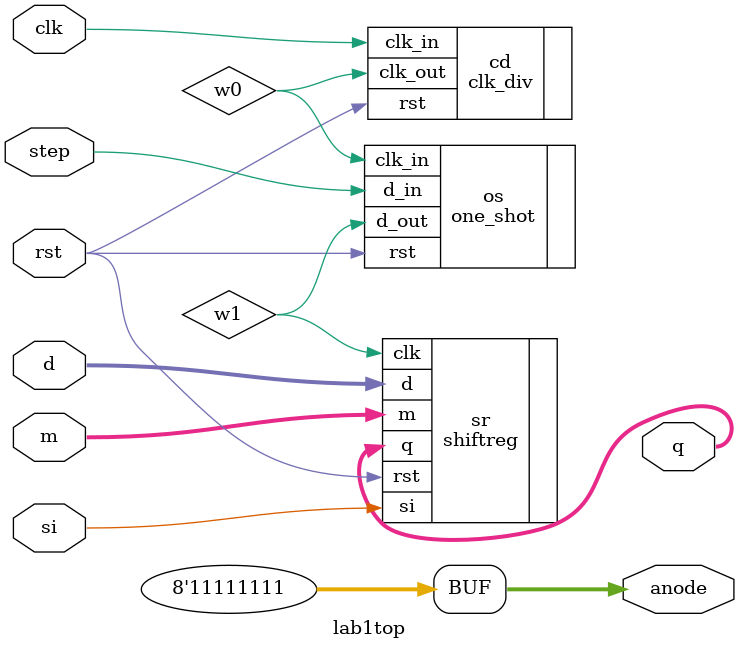
<source format=v>
`timescale 1ns / 1ps
 module lab1top(clk ,rst, d, m, step, si, q, anode);
	input clk, rst, step, si;
	input [3:0] d;
	input [1:0] m;
	output wire [3:0] q;
	output wire [7:0] anode;
	
	wire w0, w1;
	
	// instantiating the clock division 100MHz to 500Hz
	clk_div cd (.clk_in(clk), .rst(rst), .clk_out(w0));
	
	// instantiating the one-shot pulse 
	one_shot os (.clk_in(w0), .rst(rst), .d_in(step), .d_out(w1)); 
	
	// instantiating the shift register
	shiftreg sr (.clk(w1), .rst(rst), .si(si), .d(d), .m(m), .q(q));

	assign anode = 8'hFF; // anodes used to light up LEDs
	
endmodule

</source>
